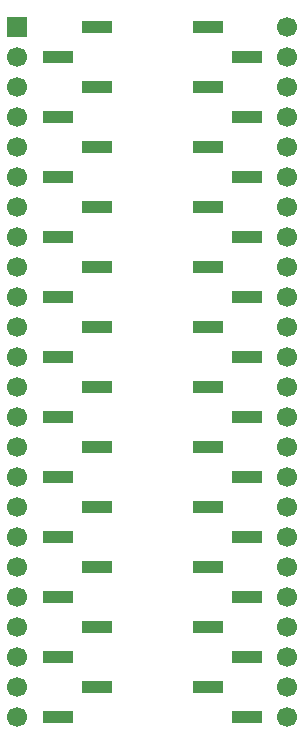
<source format=gbs>
G04 #@! TF.GenerationSoftware,KiCad,Pcbnew,9.0.6*
G04 #@! TF.CreationDate,2026-01-08T14:50:15-06:00*
G04 #@! TF.ProjectId,QFP-48_7x7_P0.5,5146502d-3438-45f3-9778-375f50302e35,rev?*
G04 #@! TF.SameCoordinates,Original*
G04 #@! TF.FileFunction,Soldermask,Bot*
G04 #@! TF.FilePolarity,Negative*
%FSLAX46Y46*%
G04 Gerber Fmt 4.6, Leading zero omitted, Abs format (unit mm)*
G04 Created by KiCad (PCBNEW 9.0.6) date 2026-01-08 14:50:15*
%MOMM*%
%LPD*%
G01*
G04 APERTURE LIST*
%ADD10R,1.700000X1.700000*%
%ADD11C,1.700000*%
%ADD12R,2.510000X1.000000*%
G04 APERTURE END LIST*
D10*
X127000000Y-91392144D03*
D11*
X127000000Y-93932144D03*
X127000000Y-96472144D03*
X127000000Y-99012144D03*
X127000000Y-101552144D03*
X127000000Y-104092144D03*
X127000000Y-106632144D03*
X127000000Y-109172144D03*
X127000000Y-111712144D03*
X127000000Y-114252144D03*
X127000000Y-116792144D03*
X127000000Y-119332144D03*
X127000000Y-121872144D03*
X127000000Y-124412144D03*
X127000000Y-126952144D03*
X127000000Y-129492144D03*
X127000000Y-132032144D03*
X127000000Y-134572144D03*
X127000000Y-137112144D03*
X127000000Y-139652144D03*
X127000000Y-142192144D03*
X127000000Y-144732144D03*
X127000000Y-147272144D03*
X127000000Y-149812144D03*
X149860000Y-91392144D03*
X149860000Y-93932144D03*
X149860000Y-96472144D03*
X149860000Y-99012144D03*
X149860000Y-101552144D03*
X149860000Y-104092144D03*
X149860000Y-106632144D03*
X149860000Y-109172144D03*
X149860000Y-111712144D03*
X149860000Y-114252144D03*
X149860000Y-116792144D03*
X149860000Y-119332144D03*
X149860000Y-121872144D03*
X149860000Y-124412144D03*
X149860000Y-126952144D03*
X149860000Y-129492144D03*
X149860000Y-132032144D03*
X149860000Y-134572144D03*
X149860000Y-137112144D03*
X149860000Y-139652144D03*
X149860000Y-142192144D03*
X149860000Y-144732144D03*
X149860000Y-147272144D03*
X149860000Y-149812144D03*
D12*
X143125000Y-91387144D03*
X146435000Y-93927144D03*
X143125000Y-96467144D03*
X146435000Y-99007144D03*
X143125000Y-101547144D03*
X146435000Y-104087144D03*
X143125000Y-106627144D03*
X146435000Y-109167144D03*
X143125000Y-111707144D03*
X146435000Y-114247144D03*
X143125000Y-116787144D03*
X146435000Y-119327144D03*
X143125000Y-121867144D03*
X146435000Y-124407144D03*
X143125000Y-126947144D03*
X146435000Y-129487144D03*
X143125000Y-132027144D03*
X146435000Y-134567144D03*
X143125000Y-137107144D03*
X146435000Y-139647144D03*
X143125000Y-142187144D03*
X146435000Y-144727144D03*
X143125000Y-147267144D03*
X146435000Y-149807144D03*
X133735000Y-91387144D03*
X130425000Y-93927144D03*
X133735000Y-96467144D03*
X130425000Y-99007144D03*
X133735000Y-101547144D03*
X130425000Y-104087144D03*
X133735000Y-106627144D03*
X130425000Y-109167144D03*
X133735000Y-111707144D03*
X130425000Y-114247144D03*
X133735000Y-116787144D03*
X130425000Y-119327144D03*
X133735000Y-121867144D03*
X130425000Y-124407144D03*
X133735000Y-126947144D03*
X130425000Y-129487144D03*
X133735000Y-132027144D03*
X130425000Y-134567144D03*
X133735000Y-137107144D03*
X130425000Y-139647144D03*
X133735000Y-142187144D03*
X130425000Y-144727144D03*
X133735000Y-147267144D03*
X130425000Y-149807144D03*
M02*

</source>
